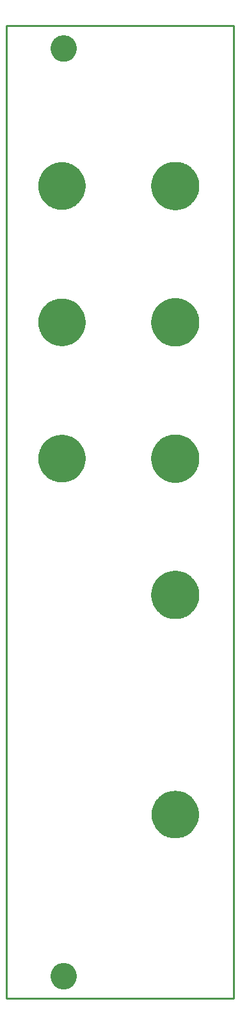
<source format=gbr>
G04 EAGLE Gerber RS-274X export*
G75*
%MOMM*%
%FSLAX34Y34*%
%LPD*%
%IN*%
%IPPOS*%
%AMOC8*
5,1,8,0,0,1.08239X$1,22.5*%
G01*
%ADD10C,3.200000*%
%ADD11C,6.000000*%
%ADD12C,6.100000*%
%ADD13C,0.254000*%


D10*
X75000Y30000D03*
X75000Y1255000D03*
D11*
X72638Y1073483D03*
X72638Y893483D03*
X72638Y713483D03*
X222638Y243483D03*
D12*
X222638Y533483D03*
X222638Y713483D03*
X222638Y893483D03*
X222638Y1073483D03*
D13*
X0Y0D02*
X300000Y0D01*
X300000Y1285000D01*
X0Y1285000D01*
X0Y0D01*
X91000Y29476D02*
X91000Y30524D01*
X90932Y31569D01*
X90795Y32608D01*
X90590Y33635D01*
X90319Y34647D01*
X89983Y35639D01*
X89582Y36607D01*
X89118Y37546D01*
X88595Y38454D01*
X88013Y39325D01*
X87375Y40156D01*
X86684Y40943D01*
X85943Y41684D01*
X85156Y42375D01*
X84325Y43013D01*
X83454Y43595D01*
X82546Y44118D01*
X81607Y44582D01*
X80639Y44983D01*
X79647Y45319D01*
X78635Y45590D01*
X77608Y45795D01*
X76569Y45932D01*
X75524Y46000D01*
X74476Y46000D01*
X73431Y45932D01*
X72392Y45795D01*
X71365Y45590D01*
X70353Y45319D01*
X69361Y44983D01*
X68393Y44582D01*
X67454Y44118D01*
X66546Y43595D01*
X65675Y43013D01*
X64844Y42375D01*
X64057Y41684D01*
X63316Y40943D01*
X62625Y40156D01*
X61988Y39325D01*
X61406Y38454D01*
X60882Y37546D01*
X60418Y36607D01*
X60017Y35639D01*
X59681Y34647D01*
X59410Y33635D01*
X59205Y32608D01*
X59069Y31569D01*
X59000Y30524D01*
X59000Y29476D01*
X59069Y28431D01*
X59205Y27392D01*
X59410Y26365D01*
X59681Y25353D01*
X60017Y24361D01*
X60418Y23393D01*
X60882Y22454D01*
X61406Y21546D01*
X61988Y20675D01*
X62625Y19844D01*
X63316Y19057D01*
X64057Y18316D01*
X64844Y17625D01*
X65675Y16988D01*
X66546Y16406D01*
X67454Y15882D01*
X68393Y15418D01*
X69361Y15017D01*
X70353Y14681D01*
X71365Y14410D01*
X72392Y14205D01*
X73431Y14069D01*
X74476Y14000D01*
X75524Y14000D01*
X76569Y14069D01*
X77608Y14205D01*
X78635Y14410D01*
X79647Y14681D01*
X80639Y15017D01*
X81607Y15418D01*
X82546Y15882D01*
X83454Y16406D01*
X84325Y16988D01*
X85156Y17625D01*
X85943Y18316D01*
X86684Y19057D01*
X87375Y19844D01*
X88013Y20675D01*
X88595Y21546D01*
X89118Y22454D01*
X89582Y23393D01*
X89983Y24361D01*
X90319Y25353D01*
X90590Y26365D01*
X90795Y27392D01*
X90932Y28431D01*
X91000Y29476D01*
X91000Y1254476D02*
X91000Y1255524D01*
X90932Y1256569D01*
X90795Y1257608D01*
X90590Y1258635D01*
X90319Y1259647D01*
X89983Y1260639D01*
X89582Y1261607D01*
X89118Y1262546D01*
X88595Y1263454D01*
X88013Y1264325D01*
X87375Y1265156D01*
X86684Y1265943D01*
X85943Y1266684D01*
X85156Y1267375D01*
X84325Y1268013D01*
X83454Y1268595D01*
X82546Y1269118D01*
X81607Y1269582D01*
X80639Y1269983D01*
X79647Y1270319D01*
X78635Y1270590D01*
X77608Y1270795D01*
X76569Y1270932D01*
X75524Y1271000D01*
X74476Y1271000D01*
X73431Y1270932D01*
X72392Y1270795D01*
X71365Y1270590D01*
X70353Y1270319D01*
X69361Y1269983D01*
X68393Y1269582D01*
X67454Y1269118D01*
X66546Y1268595D01*
X65675Y1268013D01*
X64844Y1267375D01*
X64057Y1266684D01*
X63316Y1265943D01*
X62625Y1265156D01*
X61988Y1264325D01*
X61406Y1263454D01*
X60882Y1262546D01*
X60418Y1261607D01*
X60017Y1260639D01*
X59681Y1259647D01*
X59410Y1258635D01*
X59205Y1257608D01*
X59069Y1256569D01*
X59000Y1255524D01*
X59000Y1254476D01*
X59069Y1253431D01*
X59205Y1252392D01*
X59410Y1251365D01*
X59681Y1250353D01*
X60017Y1249361D01*
X60418Y1248393D01*
X60882Y1247454D01*
X61406Y1246546D01*
X61988Y1245675D01*
X62625Y1244844D01*
X63316Y1244057D01*
X64057Y1243316D01*
X64844Y1242625D01*
X65675Y1241988D01*
X66546Y1241406D01*
X67454Y1240882D01*
X68393Y1240418D01*
X69361Y1240017D01*
X70353Y1239681D01*
X71365Y1239410D01*
X72392Y1239205D01*
X73431Y1239069D01*
X74476Y1239000D01*
X75524Y1239000D01*
X76569Y1239069D01*
X77608Y1239205D01*
X78635Y1239410D01*
X79647Y1239681D01*
X80639Y1240017D01*
X81607Y1240418D01*
X82546Y1240882D01*
X83454Y1241406D01*
X84325Y1241988D01*
X85156Y1242625D01*
X85943Y1243316D01*
X86684Y1244057D01*
X87375Y1244844D01*
X88013Y1245675D01*
X88595Y1246546D01*
X89118Y1247454D01*
X89582Y1248393D01*
X89983Y1249361D01*
X90319Y1250353D01*
X90590Y1251365D01*
X90795Y1252392D01*
X90932Y1253431D01*
X91000Y1254476D01*
X102638Y1072746D02*
X102638Y1074219D01*
X102566Y1075690D01*
X102422Y1077156D01*
X102206Y1078613D01*
X101918Y1080058D01*
X101560Y1081486D01*
X101133Y1082896D01*
X100637Y1084283D01*
X100073Y1085644D01*
X99443Y1086975D01*
X98749Y1088274D01*
X97992Y1089537D01*
X97173Y1090762D01*
X96296Y1091945D01*
X95361Y1093084D01*
X94372Y1094175D01*
X93331Y1095217D01*
X92239Y1096206D01*
X91101Y1097140D01*
X89918Y1098018D01*
X88693Y1098836D01*
X87430Y1099593D01*
X86131Y1100288D01*
X84799Y1100917D01*
X83438Y1101481D01*
X82052Y1101977D01*
X80642Y1102405D01*
X79213Y1102763D01*
X77769Y1103050D01*
X76312Y1103266D01*
X74846Y1103410D01*
X73375Y1103483D01*
X71902Y1103483D01*
X70431Y1103410D01*
X68965Y1103266D01*
X67508Y1103050D01*
X66063Y1102763D01*
X64635Y1102405D01*
X63225Y1101977D01*
X61838Y1101481D01*
X60477Y1100917D01*
X59146Y1100288D01*
X57847Y1099593D01*
X56584Y1098836D01*
X55359Y1098018D01*
X54176Y1097140D01*
X53037Y1096206D01*
X51946Y1095217D01*
X50904Y1094175D01*
X49915Y1093084D01*
X48981Y1091945D01*
X48103Y1090762D01*
X47285Y1089537D01*
X46528Y1088274D01*
X45834Y1086975D01*
X45204Y1085644D01*
X44640Y1084283D01*
X44144Y1082896D01*
X43716Y1081486D01*
X43358Y1080058D01*
X43071Y1078613D01*
X42855Y1077156D01*
X42711Y1075690D01*
X42638Y1074219D01*
X42638Y1072746D01*
X42711Y1071275D01*
X42855Y1069809D01*
X43071Y1068352D01*
X43358Y1066908D01*
X43716Y1065479D01*
X44144Y1064069D01*
X44640Y1062683D01*
X45204Y1061322D01*
X45834Y1059990D01*
X46528Y1058691D01*
X47285Y1057428D01*
X48103Y1056203D01*
X48981Y1055020D01*
X49915Y1053882D01*
X50904Y1052790D01*
X51946Y1051749D01*
X53037Y1050760D01*
X54176Y1049825D01*
X55359Y1048948D01*
X56584Y1048129D01*
X57847Y1047372D01*
X59146Y1046678D01*
X60477Y1046048D01*
X61838Y1045484D01*
X63225Y1044988D01*
X64635Y1044561D01*
X66063Y1044203D01*
X67508Y1043915D01*
X68965Y1043699D01*
X70431Y1043555D01*
X71902Y1043483D01*
X73375Y1043483D01*
X74846Y1043555D01*
X76312Y1043699D01*
X77769Y1043915D01*
X79213Y1044203D01*
X80642Y1044561D01*
X82052Y1044988D01*
X83438Y1045484D01*
X84799Y1046048D01*
X86131Y1046678D01*
X87430Y1047372D01*
X88693Y1048129D01*
X89918Y1048948D01*
X91101Y1049825D01*
X92239Y1050760D01*
X93331Y1051749D01*
X94372Y1052790D01*
X95361Y1053882D01*
X96296Y1055020D01*
X97173Y1056203D01*
X97992Y1057428D01*
X98749Y1058691D01*
X99443Y1059990D01*
X100073Y1061322D01*
X100637Y1062683D01*
X101133Y1064069D01*
X101560Y1065479D01*
X101918Y1066908D01*
X102206Y1068352D01*
X102422Y1069809D01*
X102566Y1071275D01*
X102638Y1072746D01*
X102638Y892746D02*
X102638Y894219D01*
X102566Y895690D01*
X102422Y897156D01*
X102206Y898613D01*
X101918Y900058D01*
X101560Y901486D01*
X101133Y902896D01*
X100637Y904283D01*
X100073Y905644D01*
X99443Y906975D01*
X98749Y908274D01*
X97992Y909537D01*
X97173Y910762D01*
X96296Y911945D01*
X95361Y913084D01*
X94372Y914175D01*
X93331Y915217D01*
X92239Y916206D01*
X91101Y917140D01*
X89918Y918018D01*
X88693Y918836D01*
X87430Y919593D01*
X86131Y920288D01*
X84799Y920917D01*
X83438Y921481D01*
X82052Y921977D01*
X80642Y922405D01*
X79213Y922763D01*
X77769Y923050D01*
X76312Y923266D01*
X74846Y923410D01*
X73375Y923483D01*
X71902Y923483D01*
X70431Y923410D01*
X68965Y923266D01*
X67508Y923050D01*
X66063Y922763D01*
X64635Y922405D01*
X63225Y921977D01*
X61838Y921481D01*
X60477Y920917D01*
X59146Y920288D01*
X57847Y919593D01*
X56584Y918836D01*
X55359Y918018D01*
X54176Y917140D01*
X53037Y916206D01*
X51946Y915217D01*
X50904Y914175D01*
X49915Y913084D01*
X48981Y911945D01*
X48103Y910762D01*
X47285Y909537D01*
X46528Y908274D01*
X45834Y906975D01*
X45204Y905644D01*
X44640Y904283D01*
X44144Y902896D01*
X43716Y901486D01*
X43358Y900058D01*
X43071Y898613D01*
X42855Y897156D01*
X42711Y895690D01*
X42638Y894219D01*
X42638Y892746D01*
X42711Y891275D01*
X42855Y889809D01*
X43071Y888352D01*
X43358Y886908D01*
X43716Y885479D01*
X44144Y884069D01*
X44640Y882683D01*
X45204Y881322D01*
X45834Y879990D01*
X46528Y878691D01*
X47285Y877428D01*
X48103Y876203D01*
X48981Y875020D01*
X49915Y873882D01*
X50904Y872790D01*
X51946Y871749D01*
X53037Y870760D01*
X54176Y869825D01*
X55359Y868948D01*
X56584Y868129D01*
X57847Y867372D01*
X59146Y866678D01*
X60477Y866048D01*
X61838Y865484D01*
X63225Y864988D01*
X64635Y864561D01*
X66063Y864203D01*
X67508Y863915D01*
X68965Y863699D01*
X70431Y863555D01*
X71902Y863483D01*
X73375Y863483D01*
X74846Y863555D01*
X76312Y863699D01*
X77769Y863915D01*
X79213Y864203D01*
X80642Y864561D01*
X82052Y864988D01*
X83438Y865484D01*
X84799Y866048D01*
X86131Y866678D01*
X87430Y867372D01*
X88693Y868129D01*
X89918Y868948D01*
X91101Y869825D01*
X92239Y870760D01*
X93331Y871749D01*
X94372Y872790D01*
X95361Y873882D01*
X96296Y875020D01*
X97173Y876203D01*
X97992Y877428D01*
X98749Y878691D01*
X99443Y879990D01*
X100073Y881322D01*
X100637Y882683D01*
X101133Y884069D01*
X101560Y885479D01*
X101918Y886908D01*
X102206Y888352D01*
X102422Y889809D01*
X102566Y891275D01*
X102638Y892746D01*
X102638Y712746D02*
X102638Y714219D01*
X102566Y715690D01*
X102422Y717156D01*
X102206Y718613D01*
X101918Y720058D01*
X101560Y721486D01*
X101133Y722896D01*
X100637Y724283D01*
X100073Y725644D01*
X99443Y726975D01*
X98749Y728274D01*
X97992Y729537D01*
X97173Y730762D01*
X96296Y731945D01*
X95361Y733084D01*
X94372Y734175D01*
X93331Y735217D01*
X92239Y736206D01*
X91101Y737140D01*
X89918Y738018D01*
X88693Y738836D01*
X87430Y739593D01*
X86131Y740288D01*
X84799Y740917D01*
X83438Y741481D01*
X82052Y741977D01*
X80642Y742405D01*
X79213Y742763D01*
X77769Y743050D01*
X76312Y743266D01*
X74846Y743410D01*
X73375Y743483D01*
X71902Y743483D01*
X70431Y743410D01*
X68965Y743266D01*
X67508Y743050D01*
X66063Y742763D01*
X64635Y742405D01*
X63225Y741977D01*
X61838Y741481D01*
X60477Y740917D01*
X59146Y740288D01*
X57847Y739593D01*
X56584Y738836D01*
X55359Y738018D01*
X54176Y737140D01*
X53037Y736206D01*
X51946Y735217D01*
X50904Y734175D01*
X49915Y733084D01*
X48981Y731945D01*
X48103Y730762D01*
X47285Y729537D01*
X46528Y728274D01*
X45834Y726975D01*
X45204Y725644D01*
X44640Y724283D01*
X44144Y722896D01*
X43716Y721486D01*
X43358Y720058D01*
X43071Y718613D01*
X42855Y717156D01*
X42711Y715690D01*
X42638Y714219D01*
X42638Y712746D01*
X42711Y711275D01*
X42855Y709809D01*
X43071Y708352D01*
X43358Y706908D01*
X43716Y705479D01*
X44144Y704069D01*
X44640Y702683D01*
X45204Y701322D01*
X45834Y699990D01*
X46528Y698691D01*
X47285Y697428D01*
X48103Y696203D01*
X48981Y695020D01*
X49915Y693882D01*
X50904Y692790D01*
X51946Y691749D01*
X53037Y690760D01*
X54176Y689825D01*
X55359Y688948D01*
X56584Y688129D01*
X57847Y687372D01*
X59146Y686678D01*
X60477Y686048D01*
X61838Y685484D01*
X63225Y684988D01*
X64635Y684561D01*
X66063Y684203D01*
X67508Y683915D01*
X68965Y683699D01*
X70431Y683555D01*
X71902Y683483D01*
X73375Y683483D01*
X74846Y683555D01*
X76312Y683699D01*
X77769Y683915D01*
X79213Y684203D01*
X80642Y684561D01*
X82052Y684988D01*
X83438Y685484D01*
X84799Y686048D01*
X86131Y686678D01*
X87430Y687372D01*
X88693Y688129D01*
X89918Y688948D01*
X91101Y689825D01*
X92239Y690760D01*
X93331Y691749D01*
X94372Y692790D01*
X95361Y693882D01*
X96296Y695020D01*
X97173Y696203D01*
X97992Y697428D01*
X98749Y698691D01*
X99443Y699990D01*
X100073Y701322D01*
X100637Y702683D01*
X101133Y704069D01*
X101560Y705479D01*
X101918Y706908D01*
X102206Y708352D01*
X102422Y709809D01*
X102566Y711275D01*
X102638Y712746D01*
X252638Y242746D02*
X252638Y244219D01*
X252566Y245690D01*
X252422Y247156D01*
X252206Y248613D01*
X251918Y250058D01*
X251560Y251486D01*
X251133Y252896D01*
X250637Y254283D01*
X250073Y255644D01*
X249443Y256975D01*
X248749Y258274D01*
X247992Y259537D01*
X247173Y260762D01*
X246296Y261945D01*
X245361Y263084D01*
X244372Y264175D01*
X243331Y265217D01*
X242239Y266206D01*
X241101Y267140D01*
X239918Y268018D01*
X238693Y268836D01*
X237430Y269593D01*
X236131Y270288D01*
X234799Y270917D01*
X233438Y271481D01*
X232052Y271977D01*
X230642Y272405D01*
X229213Y272763D01*
X227769Y273050D01*
X226312Y273266D01*
X224846Y273410D01*
X223375Y273483D01*
X221902Y273483D01*
X220431Y273410D01*
X218965Y273266D01*
X217508Y273050D01*
X216063Y272763D01*
X214635Y272405D01*
X213225Y271977D01*
X211838Y271481D01*
X210477Y270917D01*
X209146Y270288D01*
X207847Y269593D01*
X206584Y268836D01*
X205359Y268018D01*
X204176Y267140D01*
X203037Y266206D01*
X201946Y265217D01*
X200904Y264175D01*
X199915Y263084D01*
X198981Y261945D01*
X198103Y260762D01*
X197285Y259537D01*
X196528Y258274D01*
X195834Y256975D01*
X195204Y255644D01*
X194640Y254283D01*
X194144Y252896D01*
X193716Y251486D01*
X193358Y250058D01*
X193071Y248613D01*
X192855Y247156D01*
X192711Y245690D01*
X192638Y244219D01*
X192638Y242746D01*
X192711Y241275D01*
X192855Y239809D01*
X193071Y238352D01*
X193358Y236908D01*
X193716Y235479D01*
X194144Y234069D01*
X194640Y232683D01*
X195204Y231322D01*
X195834Y229990D01*
X196528Y228691D01*
X197285Y227428D01*
X198103Y226203D01*
X198981Y225020D01*
X199915Y223882D01*
X200904Y222790D01*
X201946Y221749D01*
X203037Y220760D01*
X204176Y219825D01*
X205359Y218948D01*
X206584Y218129D01*
X207847Y217372D01*
X209146Y216678D01*
X210477Y216048D01*
X211838Y215484D01*
X213225Y214988D01*
X214635Y214561D01*
X216063Y214203D01*
X217508Y213915D01*
X218965Y213699D01*
X220431Y213555D01*
X221902Y213483D01*
X223375Y213483D01*
X224846Y213555D01*
X226312Y213699D01*
X227769Y213915D01*
X229213Y214203D01*
X230642Y214561D01*
X232052Y214988D01*
X233438Y215484D01*
X234799Y216048D01*
X236131Y216678D01*
X237430Y217372D01*
X238693Y218129D01*
X239918Y218948D01*
X241101Y219825D01*
X242239Y220760D01*
X243331Y221749D01*
X244372Y222790D01*
X245361Y223882D01*
X246296Y225020D01*
X247173Y226203D01*
X247992Y227428D01*
X248749Y228691D01*
X249443Y229990D01*
X250073Y231322D01*
X250637Y232683D01*
X251133Y234069D01*
X251560Y235479D01*
X251918Y236908D01*
X252206Y238352D01*
X252422Y239809D01*
X252566Y241275D01*
X252638Y242746D01*
X253138Y532734D02*
X253138Y534231D01*
X253065Y535727D01*
X252918Y537217D01*
X252698Y538699D01*
X252406Y540167D01*
X252042Y541620D01*
X251608Y543053D01*
X251103Y544463D01*
X250530Y545846D01*
X249890Y547200D01*
X249184Y548521D01*
X248414Y549805D01*
X247582Y551050D01*
X246690Y552253D01*
X245740Y553410D01*
X244735Y554520D01*
X243676Y555579D01*
X242566Y556585D01*
X241409Y557535D01*
X240206Y558427D01*
X238961Y559259D01*
X237676Y560028D01*
X236356Y560734D01*
X235002Y561375D01*
X233618Y561948D01*
X232209Y562452D01*
X230776Y562887D01*
X229323Y563251D01*
X227854Y563543D01*
X226373Y563762D01*
X224883Y563909D01*
X223387Y563983D01*
X221890Y563983D01*
X220394Y563909D01*
X218904Y563762D01*
X217422Y563543D01*
X215954Y563251D01*
X214501Y562887D01*
X213068Y562452D01*
X211658Y561948D01*
X210275Y561375D01*
X208921Y560734D01*
X207600Y560028D01*
X206316Y559259D01*
X205071Y558427D01*
X203868Y557535D01*
X202711Y556585D01*
X201601Y555579D01*
X200542Y554520D01*
X199537Y553410D01*
X198587Y552253D01*
X197694Y551050D01*
X196863Y549805D01*
X196093Y548521D01*
X195387Y547200D01*
X194747Y545846D01*
X194173Y544463D01*
X193669Y543053D01*
X193234Y541620D01*
X192870Y540167D01*
X192578Y538699D01*
X192359Y537217D01*
X192212Y535727D01*
X192138Y534231D01*
X192138Y532734D01*
X192212Y531238D01*
X192359Y529748D01*
X192578Y528267D01*
X192870Y526798D01*
X193234Y525346D01*
X193669Y523913D01*
X194173Y522503D01*
X194747Y521119D01*
X195387Y519765D01*
X196093Y518445D01*
X196863Y517160D01*
X197694Y515915D01*
X198587Y514712D01*
X199537Y513555D01*
X200542Y512445D01*
X201601Y511387D01*
X202711Y510381D01*
X203868Y509431D01*
X205071Y508539D01*
X206316Y507707D01*
X207600Y506937D01*
X208921Y506231D01*
X210275Y505591D01*
X211658Y505018D01*
X213068Y504513D01*
X214501Y504079D01*
X215954Y503715D01*
X217422Y503423D01*
X218904Y503203D01*
X220394Y503056D01*
X221890Y502983D01*
X223387Y502983D01*
X224883Y503056D01*
X226373Y503203D01*
X227854Y503423D01*
X229323Y503715D01*
X230776Y504079D01*
X232209Y504513D01*
X233618Y505018D01*
X235002Y505591D01*
X236356Y506231D01*
X237676Y506937D01*
X238961Y507707D01*
X240206Y508539D01*
X241409Y509431D01*
X242566Y510381D01*
X243676Y511387D01*
X244735Y512445D01*
X245740Y513555D01*
X246690Y514712D01*
X247582Y515915D01*
X248414Y517160D01*
X249184Y518445D01*
X249890Y519765D01*
X250530Y521119D01*
X251103Y522503D01*
X251608Y523913D01*
X252042Y525346D01*
X252406Y526798D01*
X252698Y528267D01*
X252918Y529748D01*
X253065Y531238D01*
X253138Y532734D01*
X253138Y712734D02*
X253138Y714231D01*
X253065Y715727D01*
X252918Y717217D01*
X252698Y718699D01*
X252406Y720167D01*
X252042Y721620D01*
X251608Y723053D01*
X251103Y724463D01*
X250530Y725846D01*
X249890Y727200D01*
X249184Y728521D01*
X248414Y729805D01*
X247582Y731050D01*
X246690Y732253D01*
X245740Y733410D01*
X244735Y734520D01*
X243676Y735579D01*
X242566Y736585D01*
X241409Y737535D01*
X240206Y738427D01*
X238961Y739259D01*
X237676Y740028D01*
X236356Y740734D01*
X235002Y741375D01*
X233618Y741948D01*
X232209Y742452D01*
X230776Y742887D01*
X229323Y743251D01*
X227854Y743543D01*
X226373Y743762D01*
X224883Y743909D01*
X223387Y743983D01*
X221890Y743983D01*
X220394Y743909D01*
X218904Y743762D01*
X217422Y743543D01*
X215954Y743251D01*
X214501Y742887D01*
X213068Y742452D01*
X211658Y741948D01*
X210275Y741375D01*
X208921Y740734D01*
X207600Y740028D01*
X206316Y739259D01*
X205071Y738427D01*
X203868Y737535D01*
X202711Y736585D01*
X201601Y735579D01*
X200542Y734520D01*
X199537Y733410D01*
X198587Y732253D01*
X197694Y731050D01*
X196863Y729805D01*
X196093Y728521D01*
X195387Y727200D01*
X194747Y725846D01*
X194173Y724463D01*
X193669Y723053D01*
X193234Y721620D01*
X192870Y720167D01*
X192578Y718699D01*
X192359Y717217D01*
X192212Y715727D01*
X192138Y714231D01*
X192138Y712734D01*
X192212Y711238D01*
X192359Y709748D01*
X192578Y708267D01*
X192870Y706798D01*
X193234Y705346D01*
X193669Y703913D01*
X194173Y702503D01*
X194747Y701119D01*
X195387Y699765D01*
X196093Y698445D01*
X196863Y697160D01*
X197694Y695915D01*
X198587Y694712D01*
X199537Y693555D01*
X200542Y692445D01*
X201601Y691387D01*
X202711Y690381D01*
X203868Y689431D01*
X205071Y688539D01*
X206316Y687707D01*
X207600Y686937D01*
X208921Y686231D01*
X210275Y685591D01*
X211658Y685018D01*
X213068Y684513D01*
X214501Y684079D01*
X215954Y683715D01*
X217422Y683423D01*
X218904Y683203D01*
X220394Y683056D01*
X221890Y682983D01*
X223387Y682983D01*
X224883Y683056D01*
X226373Y683203D01*
X227854Y683423D01*
X229323Y683715D01*
X230776Y684079D01*
X232209Y684513D01*
X233618Y685018D01*
X235002Y685591D01*
X236356Y686231D01*
X237676Y686937D01*
X238961Y687707D01*
X240206Y688539D01*
X241409Y689431D01*
X242566Y690381D01*
X243676Y691387D01*
X244735Y692445D01*
X245740Y693555D01*
X246690Y694712D01*
X247582Y695915D01*
X248414Y697160D01*
X249184Y698445D01*
X249890Y699765D01*
X250530Y701119D01*
X251103Y702503D01*
X251608Y703913D01*
X252042Y705346D01*
X252406Y706798D01*
X252698Y708267D01*
X252918Y709748D01*
X253065Y711238D01*
X253138Y712734D01*
X253138Y892734D02*
X253138Y894231D01*
X253065Y895727D01*
X252918Y897217D01*
X252698Y898699D01*
X252406Y900167D01*
X252042Y901620D01*
X251608Y903053D01*
X251103Y904463D01*
X250530Y905846D01*
X249890Y907200D01*
X249184Y908521D01*
X248414Y909805D01*
X247582Y911050D01*
X246690Y912253D01*
X245740Y913410D01*
X244735Y914520D01*
X243676Y915579D01*
X242566Y916585D01*
X241409Y917535D01*
X240206Y918427D01*
X238961Y919259D01*
X237676Y920028D01*
X236356Y920734D01*
X235002Y921375D01*
X233618Y921948D01*
X232209Y922452D01*
X230776Y922887D01*
X229323Y923251D01*
X227854Y923543D01*
X226373Y923762D01*
X224883Y923909D01*
X223387Y923983D01*
X221890Y923983D01*
X220394Y923909D01*
X218904Y923762D01*
X217422Y923543D01*
X215954Y923251D01*
X214501Y922887D01*
X213068Y922452D01*
X211658Y921948D01*
X210275Y921375D01*
X208921Y920734D01*
X207600Y920028D01*
X206316Y919259D01*
X205071Y918427D01*
X203868Y917535D01*
X202711Y916585D01*
X201601Y915579D01*
X200542Y914520D01*
X199537Y913410D01*
X198587Y912253D01*
X197694Y911050D01*
X196863Y909805D01*
X196093Y908521D01*
X195387Y907200D01*
X194747Y905846D01*
X194173Y904463D01*
X193669Y903053D01*
X193234Y901620D01*
X192870Y900167D01*
X192578Y898699D01*
X192359Y897217D01*
X192212Y895727D01*
X192138Y894231D01*
X192138Y892734D01*
X192212Y891238D01*
X192359Y889748D01*
X192578Y888267D01*
X192870Y886798D01*
X193234Y885346D01*
X193669Y883913D01*
X194173Y882503D01*
X194747Y881119D01*
X195387Y879765D01*
X196093Y878445D01*
X196863Y877160D01*
X197694Y875915D01*
X198587Y874712D01*
X199537Y873555D01*
X200542Y872445D01*
X201601Y871387D01*
X202711Y870381D01*
X203868Y869431D01*
X205071Y868539D01*
X206316Y867707D01*
X207600Y866937D01*
X208921Y866231D01*
X210275Y865591D01*
X211658Y865018D01*
X213068Y864513D01*
X214501Y864079D01*
X215954Y863715D01*
X217422Y863423D01*
X218904Y863203D01*
X220394Y863056D01*
X221890Y862983D01*
X223387Y862983D01*
X224883Y863056D01*
X226373Y863203D01*
X227854Y863423D01*
X229323Y863715D01*
X230776Y864079D01*
X232209Y864513D01*
X233618Y865018D01*
X235002Y865591D01*
X236356Y866231D01*
X237676Y866937D01*
X238961Y867707D01*
X240206Y868539D01*
X241409Y869431D01*
X242566Y870381D01*
X243676Y871387D01*
X244735Y872445D01*
X245740Y873555D01*
X246690Y874712D01*
X247582Y875915D01*
X248414Y877160D01*
X249184Y878445D01*
X249890Y879765D01*
X250530Y881119D01*
X251103Y882503D01*
X251608Y883913D01*
X252042Y885346D01*
X252406Y886798D01*
X252698Y888267D01*
X252918Y889748D01*
X253065Y891238D01*
X253138Y892734D01*
X253138Y1072734D02*
X253138Y1074231D01*
X253065Y1075727D01*
X252918Y1077217D01*
X252698Y1078699D01*
X252406Y1080167D01*
X252042Y1081620D01*
X251608Y1083053D01*
X251103Y1084463D01*
X250530Y1085846D01*
X249890Y1087200D01*
X249184Y1088521D01*
X248414Y1089805D01*
X247582Y1091050D01*
X246690Y1092253D01*
X245740Y1093410D01*
X244735Y1094520D01*
X243676Y1095579D01*
X242566Y1096585D01*
X241409Y1097535D01*
X240206Y1098427D01*
X238961Y1099259D01*
X237676Y1100028D01*
X236356Y1100734D01*
X235002Y1101375D01*
X233618Y1101948D01*
X232209Y1102452D01*
X230776Y1102887D01*
X229323Y1103251D01*
X227854Y1103543D01*
X226373Y1103762D01*
X224883Y1103909D01*
X223387Y1103983D01*
X221890Y1103983D01*
X220394Y1103909D01*
X218904Y1103762D01*
X217422Y1103543D01*
X215954Y1103251D01*
X214501Y1102887D01*
X213068Y1102452D01*
X211658Y1101948D01*
X210275Y1101375D01*
X208921Y1100734D01*
X207600Y1100028D01*
X206316Y1099259D01*
X205071Y1098427D01*
X203868Y1097535D01*
X202711Y1096585D01*
X201601Y1095579D01*
X200542Y1094520D01*
X199537Y1093410D01*
X198587Y1092253D01*
X197694Y1091050D01*
X196863Y1089805D01*
X196093Y1088521D01*
X195387Y1087200D01*
X194747Y1085846D01*
X194173Y1084463D01*
X193669Y1083053D01*
X193234Y1081620D01*
X192870Y1080167D01*
X192578Y1078699D01*
X192359Y1077217D01*
X192212Y1075727D01*
X192138Y1074231D01*
X192138Y1072734D01*
X192212Y1071238D01*
X192359Y1069748D01*
X192578Y1068267D01*
X192870Y1066798D01*
X193234Y1065346D01*
X193669Y1063913D01*
X194173Y1062503D01*
X194747Y1061119D01*
X195387Y1059765D01*
X196093Y1058445D01*
X196863Y1057160D01*
X197694Y1055915D01*
X198587Y1054712D01*
X199537Y1053555D01*
X200542Y1052445D01*
X201601Y1051387D01*
X202711Y1050381D01*
X203868Y1049431D01*
X205071Y1048539D01*
X206316Y1047707D01*
X207600Y1046937D01*
X208921Y1046231D01*
X210275Y1045591D01*
X211658Y1045018D01*
X213068Y1044513D01*
X214501Y1044079D01*
X215954Y1043715D01*
X217422Y1043423D01*
X218904Y1043203D01*
X220394Y1043056D01*
X221890Y1042983D01*
X223387Y1042983D01*
X224883Y1043056D01*
X226373Y1043203D01*
X227854Y1043423D01*
X229323Y1043715D01*
X230776Y1044079D01*
X232209Y1044513D01*
X233618Y1045018D01*
X235002Y1045591D01*
X236356Y1046231D01*
X237676Y1046937D01*
X238961Y1047707D01*
X240206Y1048539D01*
X241409Y1049431D01*
X242566Y1050381D01*
X243676Y1051387D01*
X244735Y1052445D01*
X245740Y1053555D01*
X246690Y1054712D01*
X247582Y1055915D01*
X248414Y1057160D01*
X249184Y1058445D01*
X249890Y1059765D01*
X250530Y1061119D01*
X251103Y1062503D01*
X251608Y1063913D01*
X252042Y1065346D01*
X252406Y1066798D01*
X252698Y1068267D01*
X252918Y1069748D01*
X253065Y1071238D01*
X253138Y1072734D01*
M02*

</source>
